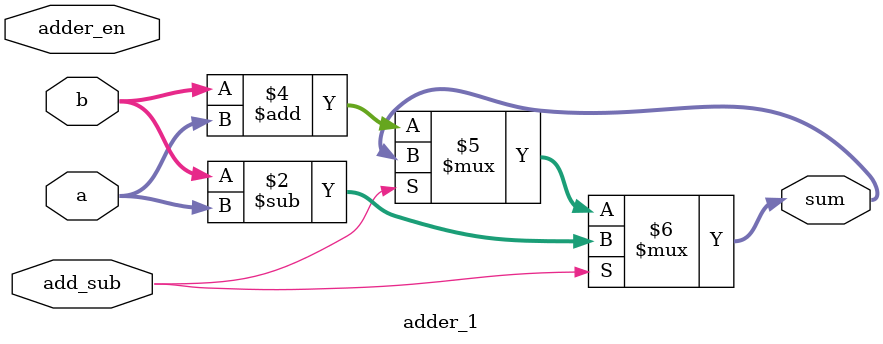
<source format=v>
module adder_1(
	input [39:0] a,
    input [39:0] b,
    input add_sub,
	input adder_en,
    output [39:0] sum
    );
		assign sum = (add_sub == 1'b1) ? (b - a) : 
						 (add_sub == 1'b0) ? (b + a) :
						 	sum;	
endmodule
</source>
